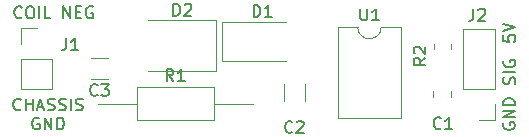
<source format=gbr>
%TF.GenerationSoftware,KiCad,Pcbnew,(6.0.1)*%
%TF.CreationDate,2022-11-04T01:34:04+00:00*%
%TF.ProjectId,rusEFI-Optoisolator,72757345-4649-42d4-9f70-746f69736f6c,rev?*%
%TF.SameCoordinates,Original*%
%TF.FileFunction,Legend,Top*%
%TF.FilePolarity,Positive*%
%FSLAX46Y46*%
G04 Gerber Fmt 4.6, Leading zero omitted, Abs format (unit mm)*
G04 Created by KiCad (PCBNEW (6.0.1)) date 2022-11-04 01:34:04*
%MOMM*%
%LPD*%
G01*
G04 APERTURE LIST*
%ADD10C,0.150000*%
%ADD11C,0.120000*%
G04 APERTURE END LIST*
D10*
X159702609Y-87240530D02*
X159750228Y-87097673D01*
X159750228Y-86859578D01*
X159702609Y-86764340D01*
X159654990Y-86716721D01*
X159559752Y-86669101D01*
X159464514Y-86669101D01*
X159369276Y-86716721D01*
X159321657Y-86764340D01*
X159274038Y-86859578D01*
X159226419Y-87050054D01*
X159178800Y-87145292D01*
X159131181Y-87192911D01*
X159035943Y-87240530D01*
X158940705Y-87240530D01*
X158845467Y-87192911D01*
X158797848Y-87145292D01*
X158750228Y-87050054D01*
X158750228Y-86811959D01*
X158797848Y-86669101D01*
X159750228Y-86240530D02*
X158750228Y-86240530D01*
X158797848Y-85240530D02*
X158750228Y-85335768D01*
X158750228Y-85478625D01*
X158797848Y-85621482D01*
X158893086Y-85716721D01*
X158988324Y-85764340D01*
X159178800Y-85811959D01*
X159321657Y-85811959D01*
X159512133Y-85764340D01*
X159607371Y-85716721D01*
X159702609Y-85621482D01*
X159750228Y-85478625D01*
X159750228Y-85383387D01*
X159702609Y-85240530D01*
X159654990Y-85192911D01*
X159321657Y-85192911D01*
X159321657Y-85383387D01*
X117884088Y-89361066D02*
X117836469Y-89408685D01*
X117693612Y-89456304D01*
X117598373Y-89456304D01*
X117455516Y-89408685D01*
X117360278Y-89313447D01*
X117312659Y-89218209D01*
X117265040Y-89027733D01*
X117265040Y-88884876D01*
X117312659Y-88694400D01*
X117360278Y-88599162D01*
X117455516Y-88503924D01*
X117598373Y-88456304D01*
X117693612Y-88456304D01*
X117836469Y-88503924D01*
X117884088Y-88551543D01*
X118312659Y-89456304D02*
X118312659Y-88456304D01*
X118312659Y-88932495D02*
X118884088Y-88932495D01*
X118884088Y-89456304D02*
X118884088Y-88456304D01*
X119312659Y-89170590D02*
X119788850Y-89170590D01*
X119217421Y-89456304D02*
X119550754Y-88456304D01*
X119884088Y-89456304D01*
X120169802Y-89408685D02*
X120312659Y-89456304D01*
X120550754Y-89456304D01*
X120645992Y-89408685D01*
X120693612Y-89361066D01*
X120741231Y-89265828D01*
X120741231Y-89170590D01*
X120693612Y-89075352D01*
X120645992Y-89027733D01*
X120550754Y-88980114D01*
X120360278Y-88932495D01*
X120265040Y-88884876D01*
X120217421Y-88837257D01*
X120169802Y-88742019D01*
X120169802Y-88646781D01*
X120217421Y-88551543D01*
X120265040Y-88503924D01*
X120360278Y-88456304D01*
X120598373Y-88456304D01*
X120741231Y-88503924D01*
X121122183Y-89408685D02*
X121265040Y-89456304D01*
X121503135Y-89456304D01*
X121598373Y-89408685D01*
X121645992Y-89361066D01*
X121693612Y-89265828D01*
X121693612Y-89170590D01*
X121645992Y-89075352D01*
X121598373Y-89027733D01*
X121503135Y-88980114D01*
X121312659Y-88932495D01*
X121217421Y-88884876D01*
X121169802Y-88837257D01*
X121122183Y-88742019D01*
X121122183Y-88646781D01*
X121169802Y-88551543D01*
X121217421Y-88503924D01*
X121312659Y-88456304D01*
X121550754Y-88456304D01*
X121693612Y-88503924D01*
X122122183Y-89456304D02*
X122122183Y-88456304D01*
X122550754Y-89408685D02*
X122693612Y-89456304D01*
X122931707Y-89456304D01*
X123026945Y-89408685D01*
X123074564Y-89361066D01*
X123122183Y-89265828D01*
X123122183Y-89170590D01*
X123074564Y-89075352D01*
X123026945Y-89027733D01*
X122931707Y-88980114D01*
X122741231Y-88932495D01*
X122645992Y-88884876D01*
X122598373Y-88837257D01*
X122550754Y-88742019D01*
X122550754Y-88646781D01*
X122598373Y-88551543D01*
X122645992Y-88503924D01*
X122741231Y-88456304D01*
X122979326Y-88456304D01*
X123122183Y-88503924D01*
X119431707Y-90113924D02*
X119336469Y-90066304D01*
X119193612Y-90066304D01*
X119050754Y-90113924D01*
X118955516Y-90209162D01*
X118907897Y-90304400D01*
X118860278Y-90494876D01*
X118860278Y-90637733D01*
X118907897Y-90828209D01*
X118955516Y-90923447D01*
X119050754Y-91018685D01*
X119193612Y-91066304D01*
X119288850Y-91066304D01*
X119431707Y-91018685D01*
X119479326Y-90971066D01*
X119479326Y-90637733D01*
X119288850Y-90637733D01*
X119907897Y-91066304D02*
X119907897Y-90066304D01*
X120479326Y-91066304D01*
X120479326Y-90066304D01*
X120955516Y-91066304D02*
X120955516Y-90066304D01*
X121193612Y-90066304D01*
X121336469Y-90113924D01*
X121431707Y-90209162D01*
X121479326Y-90304400D01*
X121526945Y-90494876D01*
X121526945Y-90637733D01*
X121479326Y-90828209D01*
X121431707Y-90923447D01*
X121336469Y-91018685D01*
X121193612Y-91066304D01*
X120955516Y-91066304D01*
X158750228Y-83101551D02*
X158750228Y-83577741D01*
X159226419Y-83625360D01*
X159178800Y-83577741D01*
X159131181Y-83482503D01*
X159131181Y-83244408D01*
X159178800Y-83149170D01*
X159226419Y-83101551D01*
X159321657Y-83053932D01*
X159559752Y-83053932D01*
X159654990Y-83101551D01*
X159702609Y-83149170D01*
X159750228Y-83244408D01*
X159750228Y-83482503D01*
X159702609Y-83577741D01*
X159654990Y-83625360D01*
X158750228Y-82768217D02*
X159750228Y-82434884D01*
X158750228Y-82101551D01*
X117965801Y-81559363D02*
X117918182Y-81606982D01*
X117775325Y-81654601D01*
X117680087Y-81654601D01*
X117537229Y-81606982D01*
X117441991Y-81511744D01*
X117394372Y-81416506D01*
X117346753Y-81226030D01*
X117346753Y-81083173D01*
X117394372Y-80892697D01*
X117441991Y-80797459D01*
X117537229Y-80702221D01*
X117680087Y-80654601D01*
X117775325Y-80654601D01*
X117918182Y-80702221D01*
X117965801Y-80749840D01*
X118584848Y-80654601D02*
X118775325Y-80654601D01*
X118870563Y-80702221D01*
X118965801Y-80797459D01*
X119013420Y-80987935D01*
X119013420Y-81321268D01*
X118965801Y-81511744D01*
X118870563Y-81606982D01*
X118775325Y-81654601D01*
X118584848Y-81654601D01*
X118489610Y-81606982D01*
X118394372Y-81511744D01*
X118346753Y-81321268D01*
X118346753Y-80987935D01*
X118394372Y-80797459D01*
X118489610Y-80702221D01*
X118584848Y-80654601D01*
X119441991Y-81654601D02*
X119441991Y-80654601D01*
X120394372Y-81654601D02*
X119918182Y-81654601D01*
X119918182Y-80654601D01*
X121489610Y-81654601D02*
X121489610Y-80654601D01*
X122061039Y-81654601D01*
X122061039Y-80654601D01*
X122537229Y-81130792D02*
X122870563Y-81130792D01*
X123013420Y-81654601D02*
X122537229Y-81654601D01*
X122537229Y-80654601D01*
X123013420Y-80654601D01*
X123965801Y-80702221D02*
X123870563Y-80654601D01*
X123727706Y-80654601D01*
X123584848Y-80702221D01*
X123489610Y-80797459D01*
X123441991Y-80892697D01*
X123394372Y-81083173D01*
X123394372Y-81226030D01*
X123441991Y-81416506D01*
X123489610Y-81511744D01*
X123584848Y-81606982D01*
X123727706Y-81654601D01*
X123822944Y-81654601D01*
X123965801Y-81606982D01*
X124013420Y-81559363D01*
X124013420Y-81226030D01*
X123822944Y-81226030D01*
X158754353Y-90523496D02*
X158706733Y-90618734D01*
X158706733Y-90761592D01*
X158754353Y-90904449D01*
X158849591Y-90999687D01*
X158944829Y-91047306D01*
X159135305Y-91094925D01*
X159278162Y-91094925D01*
X159468638Y-91047306D01*
X159563876Y-90999687D01*
X159659114Y-90904449D01*
X159706733Y-90761592D01*
X159706733Y-90666353D01*
X159659114Y-90523496D01*
X159611495Y-90475877D01*
X159278162Y-90475877D01*
X159278162Y-90666353D01*
X159706733Y-90047306D02*
X158706733Y-90047306D01*
X159706733Y-89475877D01*
X158706733Y-89475877D01*
X159706733Y-88999687D02*
X158706733Y-88999687D01*
X158706733Y-88761592D01*
X158754353Y-88618734D01*
X158849591Y-88523496D01*
X158944829Y-88475877D01*
X159135305Y-88428258D01*
X159278162Y-88428258D01*
X159468638Y-88475877D01*
X159563876Y-88523496D01*
X159659114Y-88618734D01*
X159706733Y-88761592D01*
X159706733Y-88999687D01*
%TO.C,C3*%
X124378559Y-88130685D02*
X124330940Y-88178304D01*
X124188083Y-88225923D01*
X124092845Y-88225923D01*
X123949987Y-88178304D01*
X123854749Y-88083066D01*
X123807130Y-87987828D01*
X123759511Y-87797352D01*
X123759511Y-87654495D01*
X123807130Y-87464019D01*
X123854749Y-87368781D01*
X123949987Y-87273543D01*
X124092845Y-87225923D01*
X124188083Y-87225923D01*
X124330940Y-87273543D01*
X124378559Y-87321162D01*
X124711892Y-87225923D02*
X125330940Y-87225923D01*
X124997606Y-87606876D01*
X125140464Y-87606876D01*
X125235702Y-87654495D01*
X125283321Y-87702114D01*
X125330940Y-87797352D01*
X125330940Y-88035447D01*
X125283321Y-88130685D01*
X125235702Y-88178304D01*
X125140464Y-88225923D01*
X124854749Y-88225923D01*
X124759511Y-88178304D01*
X124711892Y-88130685D01*
%TO.C,R1*%
X130797972Y-86967315D02*
X130464639Y-86491125D01*
X130226543Y-86967315D02*
X130226543Y-85967315D01*
X130607496Y-85967315D01*
X130702734Y-86014935D01*
X130750353Y-86062554D01*
X130797972Y-86157792D01*
X130797972Y-86300649D01*
X130750353Y-86395887D01*
X130702734Y-86443506D01*
X130607496Y-86491125D01*
X130226543Y-86491125D01*
X131750353Y-86967315D02*
X131178924Y-86967315D01*
X131464639Y-86967315D02*
X131464639Y-85967315D01*
X131369400Y-86110173D01*
X131274162Y-86205411D01*
X131178924Y-86253030D01*
%TO.C,R2*%
X152135303Y-85012951D02*
X151659113Y-85346285D01*
X152135303Y-85584380D02*
X151135303Y-85584380D01*
X151135303Y-85203427D01*
X151182923Y-85108189D01*
X151230542Y-85060570D01*
X151325780Y-85012951D01*
X151468637Y-85012951D01*
X151563875Y-85060570D01*
X151611494Y-85108189D01*
X151659113Y-85203427D01*
X151659113Y-85584380D01*
X151230542Y-84631999D02*
X151182923Y-84584380D01*
X151135303Y-84489142D01*
X151135303Y-84251046D01*
X151182923Y-84155808D01*
X151230542Y-84108189D01*
X151325780Y-84060570D01*
X151421018Y-84060570D01*
X151563875Y-84108189D01*
X152135303Y-84679618D01*
X152135303Y-84060570D01*
%TO.C,C1*%
X153448425Y-90949088D02*
X153400806Y-90996707D01*
X153257949Y-91044326D01*
X153162711Y-91044326D01*
X153019853Y-90996707D01*
X152924615Y-90901469D01*
X152876996Y-90806231D01*
X152829377Y-90615755D01*
X152829377Y-90472898D01*
X152876996Y-90282422D01*
X152924615Y-90187184D01*
X153019853Y-90091946D01*
X153162711Y-90044326D01*
X153257949Y-90044326D01*
X153400806Y-90091946D01*
X153448425Y-90139565D01*
X154400806Y-91044326D02*
X153829377Y-91044326D01*
X154115092Y-91044326D02*
X154115092Y-90044326D01*
X154019853Y-90187184D01*
X153924615Y-90282422D01*
X153829377Y-90330041D01*
%TO.C,D2*%
X130797787Y-81433877D02*
X130797787Y-80433877D01*
X131035883Y-80433877D01*
X131178740Y-80481497D01*
X131273978Y-80576735D01*
X131321597Y-80671973D01*
X131369216Y-80862449D01*
X131369216Y-81005306D01*
X131321597Y-81195782D01*
X131273978Y-81291020D01*
X131178740Y-81386258D01*
X131035883Y-81433877D01*
X130797787Y-81433877D01*
X131750168Y-80529116D02*
X131797787Y-80481497D01*
X131893025Y-80433877D01*
X132131121Y-80433877D01*
X132226359Y-80481497D01*
X132273978Y-80529116D01*
X132321597Y-80624354D01*
X132321597Y-80719592D01*
X132273978Y-80862449D01*
X131702549Y-81433877D01*
X132321597Y-81433877D01*
%TO.C,J2*%
X156200642Y-80844954D02*
X156200642Y-81559240D01*
X156153023Y-81702097D01*
X156057785Y-81797335D01*
X155914928Y-81844954D01*
X155819690Y-81844954D01*
X156629214Y-80940193D02*
X156676833Y-80892574D01*
X156772071Y-80844954D01*
X157010166Y-80844954D01*
X157105404Y-80892574D01*
X157153023Y-80940193D01*
X157200642Y-81035431D01*
X157200642Y-81130669D01*
X157153023Y-81273526D01*
X156581595Y-81844954D01*
X157200642Y-81844954D01*
%TO.C,U1*%
X146643363Y-80835346D02*
X146643363Y-81644870D01*
X146690982Y-81740108D01*
X146738601Y-81787727D01*
X146833839Y-81835346D01*
X147024315Y-81835346D01*
X147119553Y-81787727D01*
X147167172Y-81740108D01*
X147214791Y-81644870D01*
X147214791Y-80835346D01*
X148214791Y-81835346D02*
X147643363Y-81835346D01*
X147929077Y-81835346D02*
X147929077Y-80835346D01*
X147833839Y-80978204D01*
X147738601Y-81073442D01*
X147643363Y-81121061D01*
%TO.C,C2*%
X140871661Y-91260434D02*
X140824042Y-91308053D01*
X140681185Y-91355672D01*
X140585947Y-91355672D01*
X140443089Y-91308053D01*
X140347851Y-91212815D01*
X140300232Y-91117577D01*
X140252613Y-90927101D01*
X140252613Y-90784244D01*
X140300232Y-90593768D01*
X140347851Y-90498530D01*
X140443089Y-90403292D01*
X140585947Y-90355672D01*
X140681185Y-90355672D01*
X140824042Y-90403292D01*
X140871661Y-90450911D01*
X141252613Y-90450911D02*
X141300232Y-90403292D01*
X141395470Y-90355672D01*
X141633566Y-90355672D01*
X141728804Y-90403292D01*
X141776423Y-90450911D01*
X141824042Y-90546149D01*
X141824042Y-90641387D01*
X141776423Y-90784244D01*
X141204994Y-91355672D01*
X141824042Y-91355672D01*
%TO.C,D1*%
X137602432Y-81539919D02*
X137602432Y-80539919D01*
X137840528Y-80539919D01*
X137983385Y-80587539D01*
X138078623Y-80682777D01*
X138126242Y-80778015D01*
X138173861Y-80968491D01*
X138173861Y-81111348D01*
X138126242Y-81301824D01*
X138078623Y-81397062D01*
X137983385Y-81492300D01*
X137840528Y-81539919D01*
X137602432Y-81539919D01*
X139126242Y-81539919D02*
X138554813Y-81539919D01*
X138840528Y-81539919D02*
X138840528Y-80539919D01*
X138745289Y-80682777D01*
X138650051Y-80778015D01*
X138554813Y-80825634D01*
%TO.C,J1*%
X121719705Y-83356810D02*
X121719705Y-84071096D01*
X121672086Y-84213953D01*
X121576848Y-84309191D01*
X121433991Y-84356810D01*
X121338753Y-84356810D01*
X122719705Y-84356810D02*
X122148277Y-84356810D01*
X122433991Y-84356810D02*
X122433991Y-83356810D01*
X122338753Y-83499668D01*
X122243515Y-83594906D01*
X122148277Y-83642525D01*
D11*
%TO.C,C3*%
X125256478Y-86833543D02*
X123833974Y-86833543D01*
X125256478Y-85013543D02*
X123833974Y-85013543D01*
%TO.C,R1*%
X134234639Y-90254935D02*
X134234639Y-87514935D01*
X137544639Y-88884935D02*
X134234639Y-88884935D01*
X127694639Y-87514935D02*
X127694639Y-90254935D01*
X127694639Y-90254935D02*
X134234639Y-90254935D01*
X124384639Y-88884935D02*
X127694639Y-88884935D01*
X134234639Y-87514935D02*
X127694639Y-87514935D01*
%TO.C,R2*%
X154312199Y-84289511D02*
X154312199Y-83835383D01*
X152842199Y-84289511D02*
X152842199Y-83835383D01*
%TO.C,C1*%
X154293805Y-87792636D02*
X154293805Y-88315140D01*
X152823805Y-87792636D02*
X152823805Y-88315140D01*
%TO.C,D2*%
X134385883Y-86142201D02*
X134385883Y-81842201D01*
X134385883Y-81842201D02*
X128685883Y-81842201D01*
X134385883Y-86142201D02*
X128685883Y-86142201D01*
%TO.C,J2*%
X155342141Y-87686287D02*
X155342141Y-82546287D01*
X158002141Y-88956287D02*
X158002141Y-90286287D01*
X158002141Y-90286287D02*
X156672141Y-90286287D01*
X158002141Y-87686287D02*
X158002141Y-82546287D01*
X158002141Y-82546287D02*
X155342141Y-82546287D01*
X158002141Y-87686287D02*
X155342141Y-87686287D01*
%TO.C,U1*%
X150055268Y-90122966D02*
X150055268Y-82382966D01*
X144755268Y-90122966D02*
X150055268Y-90122966D01*
X144755268Y-82382966D02*
X144755268Y-90122966D01*
X150055268Y-82382966D02*
X148405268Y-82382966D01*
X146405268Y-82382966D02*
X144755268Y-82382966D01*
X146405268Y-82382966D02*
G75*
G03*
X148405268Y-82382966I1000000J0D01*
G01*
%TO.C,C2*%
X141954407Y-87198815D02*
X141954407Y-88621319D01*
X140134407Y-87198815D02*
X140134407Y-88621319D01*
%TO.C,D1*%
X134940528Y-81937539D02*
X134940528Y-85237539D01*
X134940528Y-81937539D02*
X140340528Y-81937539D01*
X134940528Y-85237539D02*
X140340528Y-85237539D01*
%TO.C,J1*%
X117884967Y-85076566D02*
X120544967Y-85076566D01*
X117884967Y-85076566D02*
X117884967Y-87676566D01*
X117884967Y-83806566D02*
X117884967Y-82476566D01*
X117884967Y-87676566D02*
X120544967Y-87676566D01*
X120544967Y-85076566D02*
X120544967Y-87676566D01*
X117884967Y-82476566D02*
X119214967Y-82476566D01*
%TD*%
M02*

</source>
